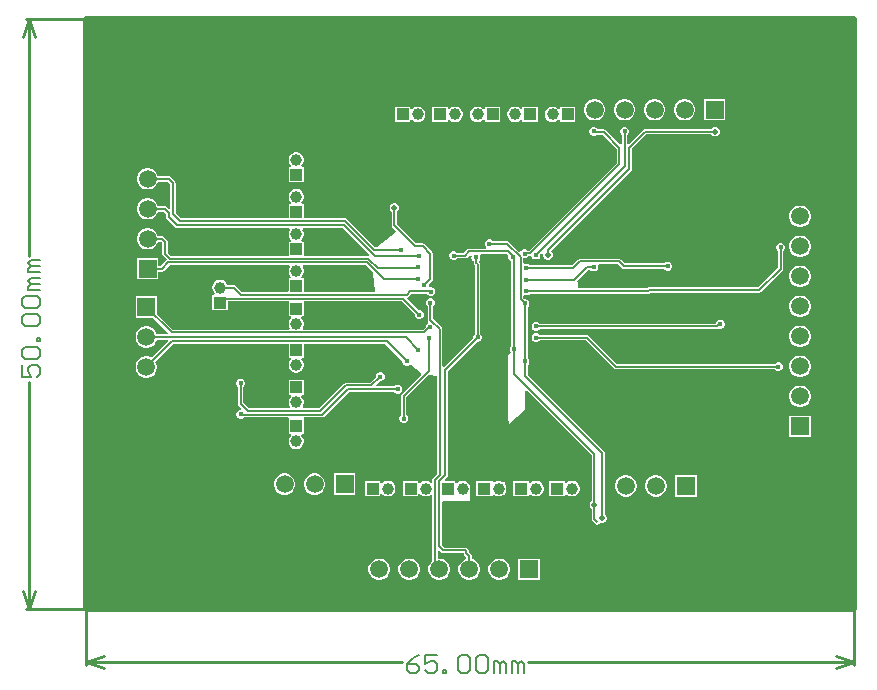
<source format=gbl>
G04*
G04 #@! TF.GenerationSoftware,Altium Limited,Altium Designer,22.0.2 (36)*
G04*
G04 Layer_Physical_Order=4*
G04 Layer_Color=16711680*
%FSLAX24Y24*%
%MOIN*%
G70*
G04*
G04 #@! TF.SameCoordinates,CD407462-B920-417C-8B87-A3646CBED1B3*
G04*
G04*
G04 #@! TF.FilePolarity,Positive*
G04*
G01*
G75*
%ADD11C,0.0100*%
%ADD14C,0.0197*%
%ADD15C,0.0098*%
%ADD16C,0.0060*%
%ADD19C,0.0591*%
%ADD29R,0.0394X0.0394*%
%ADD30C,0.0394*%
%ADD31R,0.0591X0.0591*%
%ADD32R,0.0591X0.0591*%
%ADD33R,0.0394X0.0394*%
%ADD34C,0.2756*%
%ADD35C,0.0177*%
%ADD36C,0.0197*%
G36*
X25591Y0D02*
X0D01*
Y19685D01*
X25591D01*
Y0D01*
D02*
G37*
%LPC*%
G36*
X12334Y16757D02*
X12266D01*
X12201Y16739D01*
X12142Y16706D01*
X12107Y16670D01*
X12057Y16688D01*
Y16757D01*
X11543D01*
Y16243D01*
X12057D01*
Y16312D01*
X12107Y16330D01*
X12142Y16294D01*
X12201Y16261D01*
X12266Y16243D01*
X12334D01*
X12399Y16261D01*
X12458Y16294D01*
X12506Y16342D01*
X12539Y16401D01*
X12557Y16466D01*
Y16534D01*
X12539Y16599D01*
X12506Y16658D01*
X12458Y16706D01*
X12399Y16739D01*
X12334Y16757D01*
D02*
G37*
G36*
X11084D02*
X11016D01*
X10951Y16739D01*
X10892Y16706D01*
X10857Y16670D01*
X10807Y16688D01*
Y16757D01*
X10293D01*
Y16243D01*
X10807D01*
Y16312D01*
X10857Y16330D01*
X10892Y16294D01*
X10951Y16261D01*
X11016Y16243D01*
X11084D01*
X11149Y16261D01*
X11208Y16294D01*
X11256Y16342D01*
X11289Y16401D01*
X11307Y16466D01*
Y16534D01*
X11289Y16599D01*
X11256Y16658D01*
X11208Y16706D01*
X11149Y16739D01*
X11084Y16757D01*
D02*
G37*
G36*
X16307D02*
X15793D01*
Y16688D01*
X15743Y16670D01*
X15708Y16706D01*
X15649Y16739D01*
X15584Y16757D01*
X15516D01*
X15451Y16739D01*
X15392Y16706D01*
X15344Y16658D01*
X15311Y16599D01*
X15293Y16534D01*
Y16466D01*
X15311Y16401D01*
X15344Y16342D01*
X15392Y16294D01*
X15451Y16261D01*
X15516Y16243D01*
X15584D01*
X15649Y16261D01*
X15708Y16294D01*
X15743Y16330D01*
X15793Y16312D01*
Y16243D01*
X16307D01*
Y16757D01*
D02*
G37*
G36*
X15057D02*
X14543D01*
Y16688D01*
X14493Y16670D01*
X14458Y16706D01*
X14399Y16739D01*
X14334Y16757D01*
X14266D01*
X14201Y16739D01*
X14142Y16706D01*
X14094Y16658D01*
X14061Y16599D01*
X14043Y16534D01*
Y16466D01*
X14061Y16401D01*
X14094Y16342D01*
X14142Y16294D01*
X14201Y16261D01*
X14266Y16243D01*
X14334D01*
X14399Y16261D01*
X14458Y16294D01*
X14493Y16330D01*
X14543Y16312D01*
Y16243D01*
X15057D01*
Y16757D01*
D02*
G37*
G36*
X13807D02*
X13293D01*
Y16688D01*
X13243Y16670D01*
X13208Y16706D01*
X13149Y16739D01*
X13084Y16757D01*
X13016D01*
X12951Y16739D01*
X12892Y16706D01*
X12844Y16658D01*
X12811Y16599D01*
X12793Y16534D01*
Y16466D01*
X12811Y16401D01*
X12844Y16342D01*
X12892Y16294D01*
X12951Y16261D01*
X13016Y16243D01*
X13084D01*
X13149Y16261D01*
X13208Y16294D01*
X13243Y16330D01*
X13293Y16312D01*
Y16243D01*
X13807D01*
Y16757D01*
D02*
G37*
G36*
X21305Y17005D02*
X20595D01*
Y16295D01*
X21305D01*
Y17005D01*
D02*
G37*
G36*
X19997D02*
X19903D01*
X19813Y16981D01*
X19732Y16934D01*
X19666Y16868D01*
X19619Y16787D01*
X19595Y16697D01*
Y16603D01*
X19619Y16513D01*
X19666Y16432D01*
X19732Y16366D01*
X19813Y16319D01*
X19903Y16295D01*
X19997D01*
X20087Y16319D01*
X20168Y16366D01*
X20234Y16432D01*
X20281Y16513D01*
X20305Y16603D01*
Y16697D01*
X20281Y16787D01*
X20234Y16868D01*
X20168Y16934D01*
X20087Y16981D01*
X19997Y17005D01*
D02*
G37*
G36*
X18997D02*
X18903D01*
X18813Y16981D01*
X18732Y16934D01*
X18666Y16868D01*
X18619Y16787D01*
X18595Y16697D01*
Y16603D01*
X18619Y16513D01*
X18666Y16432D01*
X18732Y16366D01*
X18813Y16319D01*
X18903Y16295D01*
X18997D01*
X19087Y16319D01*
X19168Y16366D01*
X19234Y16432D01*
X19281Y16513D01*
X19305Y16603D01*
Y16697D01*
X19281Y16787D01*
X19234Y16868D01*
X19168Y16934D01*
X19087Y16981D01*
X18997Y17005D01*
D02*
G37*
G36*
X17997D02*
X17903D01*
X17813Y16981D01*
X17732Y16934D01*
X17666Y16868D01*
X17619Y16787D01*
X17595Y16697D01*
Y16603D01*
X17619Y16513D01*
X17666Y16432D01*
X17732Y16366D01*
X17813Y16319D01*
X17903Y16295D01*
X17997D01*
X18087Y16319D01*
X18168Y16366D01*
X18234Y16432D01*
X18281Y16513D01*
X18305Y16603D01*
Y16697D01*
X18281Y16787D01*
X18234Y16868D01*
X18168Y16934D01*
X18087Y16981D01*
X17997Y17005D01*
D02*
G37*
G36*
X16997D02*
X16903D01*
X16813Y16981D01*
X16732Y16934D01*
X16666Y16868D01*
X16619Y16787D01*
X16595Y16697D01*
Y16603D01*
X16619Y16513D01*
X16666Y16432D01*
X16732Y16366D01*
X16813Y16319D01*
X16903Y16295D01*
X16997D01*
X17087Y16319D01*
X17168Y16366D01*
X17234Y16432D01*
X17281Y16513D01*
X17305Y16603D01*
Y16697D01*
X17281Y16787D01*
X17234Y16868D01*
X17168Y16934D01*
X17087Y16981D01*
X16997Y17005D01*
D02*
G37*
G36*
X20996Y16084D02*
X20933D01*
X20875Y16059D01*
X20832Y16017D01*
X18642D01*
X18607Y16010D01*
X18577Y15990D01*
X18091Y15504D01*
X18045Y15523D01*
Y15817D01*
X18079Y15851D01*
X18101Y15905D01*
Y15965D01*
X18079Y16019D01*
X18037Y16061D01*
X17982Y16084D01*
X17923D01*
X17869Y16061D01*
X17827Y16019D01*
X17804Y15965D01*
Y15905D01*
X17827Y15851D01*
X17861Y15817D01*
Y15509D01*
X17811Y15488D01*
X17329Y15970D01*
X17300Y15990D01*
X17265Y15996D01*
X17065D01*
X17055Y16019D01*
X17013Y16061D01*
X16959Y16084D01*
X16900D01*
X16845Y16061D01*
X16803Y16019D01*
X16781Y15965D01*
Y15905D01*
X16803Y15851D01*
X16845Y15809D01*
X16900Y15786D01*
X16959D01*
X17013Y15809D01*
X17017Y15813D01*
X17227D01*
X17684Y15356D01*
Y14881D01*
X14762Y11959D01*
X14731D01*
X14706Y11985D01*
X14651Y12007D01*
X14592D01*
X14538Y11985D01*
X14496Y11943D01*
X14493Y11936D01*
X14434Y11924D01*
X14108Y12250D01*
X14078Y12270D01*
X14043Y12277D01*
X13563D01*
X13529Y12311D01*
X13474Y12334D01*
X13415D01*
X13361Y12311D01*
X13319Y12269D01*
X13296Y12215D01*
Y12155D01*
X13319Y12101D01*
X13348Y12072D01*
X13330Y12022D01*
X12766D01*
X12731Y12015D01*
X12701Y11995D01*
X12589Y11883D01*
X12382D01*
X12348Y11917D01*
X12293Y11940D01*
X12234D01*
X12180Y11917D01*
X12138Y11875D01*
X12115Y11821D01*
Y11762D01*
X12138Y11707D01*
X12180Y11665D01*
X12234Y11643D01*
X12293D01*
X12348Y11665D01*
X12382Y11700D01*
X12627D01*
X12662Y11707D01*
X12692Y11726D01*
X12788Y11822D01*
X12826Y11818D01*
X12854Y11771D01*
X12849Y11758D01*
Y11699D01*
X12871Y11644D01*
X12913Y11603D01*
X12918Y11601D01*
Y11550D01*
X12925Y11515D01*
X12945Y11485D01*
X12959Y11470D01*
Y9193D01*
X12925Y9159D01*
X12903Y9104D01*
Y9056D01*
X11933Y8087D01*
X11883Y8107D01*
Y9331D01*
X11876Y9366D01*
X11856Y9396D01*
X11568Y9684D01*
Y10098D01*
X11602Y10132D01*
X11625Y10187D01*
Y10246D01*
X11602Y10301D01*
X11561Y10343D01*
X11506Y10365D01*
X11447D01*
X11392Y10343D01*
X11350Y10301D01*
X11328Y10246D01*
Y10187D01*
X11350Y10132D01*
X11385Y10098D01*
Y9646D01*
X11392Y9611D01*
X11409Y9585D01*
X11411Y9578D01*
X11396Y9526D01*
X11389Y9523D01*
X11347Y9481D01*
X11324Y9426D01*
Y9407D01*
X11240Y9323D01*
X7238D01*
X7220Y9373D01*
X7247Y9421D01*
X7265Y9486D01*
Y9553D01*
X7247Y9619D01*
X7213Y9677D01*
X7178Y9713D01*
X7195Y9763D01*
X7265D01*
Y10263D01*
X10533D01*
X10954Y9842D01*
Y9793D01*
X10976Y9739D01*
X11018Y9697D01*
X11073Y9674D01*
X11132D01*
X11187Y9697D01*
X11228Y9739D01*
X11251Y9793D01*
Y9852D01*
X11228Y9907D01*
X11187Y9949D01*
X11132Y9971D01*
X11084D01*
X10702Y10353D01*
X10719Y10407D01*
X10725Y10408D01*
X10754Y10428D01*
X10845Y10518D01*
X11365D01*
X11370Y10506D01*
X11412Y10465D01*
X11467Y10442D01*
X11526D01*
X11580Y10465D01*
X11622Y10506D01*
X11645Y10561D01*
Y10620D01*
X11622Y10675D01*
X11580Y10717D01*
X11526Y10739D01*
X11471D01*
X11455Y10752D01*
X11430Y10778D01*
Y10819D01*
X11541Y10930D01*
X11561Y10960D01*
X11568Y10995D01*
Y11850D01*
X11561Y11886D01*
X11541Y11915D01*
X11285Y12171D01*
X11256Y12191D01*
X11220Y12198D01*
X11003D01*
X10367Y12833D01*
Y13254D01*
X10410Y13296D01*
X10434Y13354D01*
Y13417D01*
X10410Y13476D01*
X10365Y13520D01*
X10307Y13544D01*
X10244D01*
X10186Y13520D01*
X10141Y13476D01*
X10117Y13417D01*
Y13354D01*
X10141Y13296D01*
X10184Y13254D01*
Y12795D01*
X10191Y12760D01*
X10211Y12730D01*
X10328Y12613D01*
X10325Y12563D01*
X9709Y12073D01*
X9632D01*
X8685Y13020D01*
X8655Y13039D01*
X8620Y13046D01*
X7265D01*
Y13517D01*
X7195D01*
X7178Y13567D01*
X7213Y13602D01*
X7247Y13661D01*
X7265Y13726D01*
Y13794D01*
X7247Y13859D01*
X7213Y13918D01*
X7166Y13965D01*
X7107Y13999D01*
X7042Y14017D01*
X6974D01*
X6909Y13999D01*
X6850Y13965D01*
X6802Y13918D01*
X6769Y13859D01*
X6751Y13794D01*
Y13726D01*
X6769Y13661D01*
X6802Y13602D01*
X6838Y13567D01*
X6820Y13517D01*
X6751D01*
Y13046D01*
X3166D01*
X2985Y13227D01*
Y14213D01*
X2978Y14248D01*
X2959Y14277D01*
X2821Y14415D01*
X2791Y14435D01*
X2756Y14442D01*
X2393D01*
X2381Y14487D01*
X2334Y14568D01*
X2268Y14634D01*
X2187Y14681D01*
X2097Y14705D01*
X2003D01*
X1913Y14681D01*
X1832Y14634D01*
X1766Y14568D01*
X1719Y14487D01*
X1695Y14397D01*
Y14303D01*
X1719Y14213D01*
X1766Y14132D01*
X1832Y14066D01*
X1913Y14019D01*
X2003Y13995D01*
X2097D01*
X2187Y14019D01*
X2268Y14066D01*
X2334Y14132D01*
X2381Y14213D01*
X2393Y14258D01*
X2718D01*
X2802Y14175D01*
Y13377D01*
X2756Y13358D01*
X2699Y13415D01*
X2669Y13435D01*
X2634Y13442D01*
X2393D01*
X2381Y13487D01*
X2334Y13568D01*
X2268Y13634D01*
X2187Y13681D01*
X2097Y13705D01*
X2003D01*
X1913Y13681D01*
X1832Y13634D01*
X1766Y13568D01*
X1719Y13487D01*
X1695Y13397D01*
Y13303D01*
X1719Y13213D01*
X1766Y13132D01*
X1832Y13066D01*
X1913Y13019D01*
X2003Y12995D01*
X2097D01*
X2187Y13019D01*
X2268Y13066D01*
X2334Y13132D01*
X2381Y13213D01*
X2393Y13258D01*
X2596D01*
X2664Y13190D01*
Y13071D01*
X2671Y13036D01*
X2691Y13006D01*
X2967Y12730D01*
X2996Y12710D01*
X3031Y12704D01*
X6783D01*
X6792Y12683D01*
X6800Y12654D01*
X6769Y12599D01*
X6751Y12534D01*
Y12466D01*
X6769Y12401D01*
X6802Y12342D01*
X6838Y12307D01*
X6820Y12257D01*
X6751D01*
Y11785D01*
X2833D01*
X2730Y11888D01*
Y12244D01*
X2723Y12279D01*
X2703Y12309D01*
X2590Y12422D01*
X2560Y12442D01*
X2525Y12449D01*
X2442D01*
X2407Y12442D01*
X2382Y12484D01*
X2381Y12487D01*
X2334Y12568D01*
X2268Y12634D01*
X2187Y12681D01*
X2097Y12705D01*
X2003D01*
X1913Y12681D01*
X1832Y12634D01*
X1766Y12568D01*
X1719Y12487D01*
X1695Y12397D01*
Y12303D01*
X1719Y12213D01*
X1766Y12132D01*
X1832Y12066D01*
X1913Y12019D01*
X2003Y11995D01*
X2097D01*
X2187Y12019D01*
X2268Y12066D01*
X2334Y12132D01*
X2381Y12213D01*
X2393Y12258D01*
X2435D01*
X2470Y12265D01*
X2470Y12265D01*
X2487D01*
X2546Y12206D01*
Y11850D01*
X2553Y11815D01*
X2573Y11786D01*
X2687Y11672D01*
X2683Y11631D01*
X2493Y11442D01*
X2405D01*
Y11705D01*
X1695D01*
Y10995D01*
X2405D01*
Y11258D01*
X2531D01*
X2566Y11265D01*
X2596Y11285D01*
X2785Y11475D01*
X6775D01*
X6795Y11425D01*
X6769Y11379D01*
X6751Y11313D01*
Y11246D01*
X6769Y11180D01*
X6802Y11122D01*
X6838Y11086D01*
X6820Y11036D01*
X6751D01*
Y10634D01*
X6736Y10586D01*
X5194D01*
X4986Y10793D01*
X4956Y10813D01*
X4921Y10820D01*
X4710D01*
X4708Y10827D01*
X4674Y10886D01*
X4626Y10934D01*
X4568Y10968D01*
X4502Y10985D01*
X4435D01*
X4369Y10968D01*
X4311Y10934D01*
X4263Y10886D01*
X4229Y10827D01*
X4212Y10762D01*
Y10695D01*
X4229Y10629D01*
X4263Y10571D01*
X4298Y10535D01*
X4281Y10485D01*
X4212D01*
Y9972D01*
X4725D01*
Y10263D01*
X6751D01*
Y9763D01*
X6820D01*
X6838Y9713D01*
X6802Y9677D01*
X6769Y9619D01*
X6751Y9553D01*
Y9486D01*
X6769Y9421D01*
X6796Y9373D01*
X6778Y9323D01*
X2894D01*
X2363Y9853D01*
Y10434D01*
X1653D01*
Y9723D01*
X2233D01*
X2740Y9217D01*
X2721Y9171D01*
X2351D01*
X2339Y9216D01*
X2292Y9297D01*
X2226Y9363D01*
X2145Y9410D01*
X2055Y9434D01*
X1961D01*
X1871Y9410D01*
X1790Y9363D01*
X1724Y9297D01*
X1677Y9216D01*
X1653Y9126D01*
Y9032D01*
X1677Y8942D01*
X1724Y8861D01*
X1790Y8794D01*
X1871Y8748D01*
X1961Y8723D01*
X2055D01*
X2145Y8748D01*
X2226Y8794D01*
X2292Y8861D01*
X2339Y8942D01*
X2351Y8987D01*
X2721D01*
X2740Y8941D01*
X2186Y8386D01*
X2145Y8410D01*
X2055Y8434D01*
X1961D01*
X1871Y8410D01*
X1790Y8363D01*
X1724Y8297D01*
X1677Y8216D01*
X1653Y8126D01*
Y8032D01*
X1677Y7942D01*
X1724Y7861D01*
X1790Y7794D01*
X1871Y7748D01*
X1961Y7723D01*
X2055D01*
X2145Y7748D01*
X2226Y7794D01*
X2292Y7861D01*
X2339Y7942D01*
X2363Y8032D01*
Y8126D01*
X2339Y8216D01*
X2315Y8257D01*
X2904Y8845D01*
X6751D01*
Y8393D01*
X6820D01*
X6838Y8343D01*
X6802Y8308D01*
X6769Y8249D01*
X6751Y8184D01*
Y8116D01*
X6769Y8051D01*
X6802Y7992D01*
X6850Y7944D01*
X6909Y7911D01*
X6974Y7893D01*
X7042D01*
X7107Y7911D01*
X7166Y7944D01*
X7213Y7992D01*
X7247Y8051D01*
X7265Y8116D01*
Y8184D01*
X7247Y8249D01*
X7213Y8308D01*
X7178Y8343D01*
X7195Y8393D01*
X7265D01*
Y8845D01*
X9982D01*
X10540Y8287D01*
Y8238D01*
X10563Y8184D01*
X10605Y8142D01*
X10659Y8119D01*
X10719D01*
X10773Y8142D01*
X10815Y8184D01*
X11158Y7875D01*
X11165Y7811D01*
X10526Y7171D01*
X10506Y7141D01*
X10499Y7106D01*
Y6477D01*
X10465Y6442D01*
X10442Y6388D01*
Y6329D01*
X10465Y6274D01*
X10506Y6232D01*
X10561Y6210D01*
X10620D01*
X10675Y6232D01*
X10717Y6274D01*
X10739Y6329D01*
Y6388D01*
X10717Y6442D01*
X10682Y6477D01*
Y7068D01*
X11434Y7820D01*
X11700Y7783D01*
Y4500D01*
X11569Y4370D01*
X11549Y4340D01*
X11542Y4305D01*
Y4238D01*
X11492Y4218D01*
X11477Y4233D01*
X11418Y4267D01*
X11353Y4284D01*
X11285D01*
X11220Y4267D01*
X11161Y4233D01*
X11126Y4198D01*
X11076Y4215D01*
Y4284D01*
X10562D01*
Y3771D01*
X11076D01*
Y3840D01*
X11126Y3857D01*
X11161Y3822D01*
X11220Y3788D01*
X11285Y3771D01*
X11353D01*
X11418Y3788D01*
X11477Y3822D01*
X11490Y3836D01*
X11540Y3814D01*
X11534Y3629D01*
X11542Y3629D01*
Y1620D01*
X11544Y1613D01*
X11487Y1557D01*
X11441Y1476D01*
X11416Y1385D01*
Y1292D01*
X11441Y1201D01*
X11487Y1120D01*
X11554Y1054D01*
X11635Y1008D01*
X11725Y983D01*
X11818D01*
X11909Y1008D01*
X11990Y1054D01*
X12056Y1120D01*
X12103Y1201D01*
X12127Y1292D01*
Y1385D01*
X12103Y1476D01*
X12056Y1557D01*
X11990Y1623D01*
X11909Y1670D01*
X11818Y1694D01*
X11726D01*
Y1938D01*
X11772Y1957D01*
X11825Y1904D01*
X11855Y1884D01*
X11890Y1877D01*
X12587D01*
X12592Y1851D01*
X12612Y1821D01*
X12680Y1753D01*
Y1682D01*
X12635Y1670D01*
X12554Y1623D01*
X12487Y1557D01*
X12441Y1476D01*
X12416Y1385D01*
Y1292D01*
X12441Y1201D01*
X12487Y1120D01*
X12554Y1054D01*
X12635Y1008D01*
X12725Y983D01*
X12818D01*
X12909Y1008D01*
X12990Y1054D01*
X13056Y1120D01*
X13103Y1201D01*
X13127Y1292D01*
Y1385D01*
X13103Y1476D01*
X13056Y1557D01*
X12990Y1623D01*
X12909Y1670D01*
X12863Y1682D01*
Y1791D01*
X12856Y1826D01*
X12837Y1856D01*
X12769Y1924D01*
Y1933D01*
X12762Y1968D01*
X12742Y1998D01*
X12707Y2033D01*
X12677Y2053D01*
X12642Y2060D01*
X11928D01*
X11855Y2133D01*
Y3591D01*
X11890Y3627D01*
X12815Y3620D01*
Y4134D01*
X12786Y4133D01*
X12756Y4185D01*
X12708Y4233D01*
X12649Y4267D01*
X12584Y4284D01*
X12516D01*
X12451Y4267D01*
X12392Y4233D01*
X12357Y4198D01*
X12307Y4215D01*
Y4284D01*
X11981D01*
X11962Y4331D01*
X12033Y4402D01*
X12053Y4432D01*
X12060Y4467D01*
Y7954D01*
X13032Y8926D01*
X13081D01*
X13135Y8949D01*
X13177Y8991D01*
X13200Y9045D01*
Y9104D01*
X13177Y9159D01*
X13143Y9193D01*
Y11508D01*
X13136Y11543D01*
X13116Y11573D01*
X13101Y11588D01*
Y11622D01*
X13123Y11644D01*
X13146Y11699D01*
Y11758D01*
X13133Y11788D01*
X13163Y11838D01*
X14036D01*
X14075Y11799D01*
X14070Y11787D01*
Y11728D01*
X14092Y11673D01*
X14134Y11632D01*
X14180Y11613D01*
Y8790D01*
X14146Y8756D01*
X14123Y8702D01*
Y8642D01*
X14146Y8588D01*
X14167Y8567D01*
X14055Y8456D01*
X14074Y6467D01*
X14075Y6417D01*
X14080Y6418D01*
X14114Y6181D01*
X14626Y6634D01*
Y7305D01*
X14672Y7324D01*
X16857Y5139D01*
Y3617D01*
X16815Y3574D01*
X16790Y3516D01*
Y3453D01*
X16815Y3395D01*
X16857Y3352D01*
Y3012D01*
X16864Y2977D01*
X16884Y2947D01*
X16982Y2849D01*
X17012Y2829D01*
X17047Y2822D01*
X17082Y2829D01*
X17112Y2849D01*
X17132Y2878D01*
X17145Y2885D01*
X17173Y2873D01*
X17236D01*
X17294Y2897D01*
X17339Y2942D01*
X17363Y3000D01*
Y3063D01*
X17339Y3121D01*
X17296Y3164D01*
Y5197D01*
X17290Y5232D01*
X17270Y5262D01*
X14718Y7814D01*
Y8149D01*
X14752Y8184D01*
X14775Y8238D01*
Y8297D01*
X14752Y8352D01*
X14718Y8386D01*
Y10078D01*
X14752Y10113D01*
X14775Y10167D01*
Y10226D01*
X14752Y10281D01*
X14710Y10323D01*
X14656Y10345D01*
X14607D01*
X14580Y10373D01*
Y10431D01*
X14630Y10465D01*
X14637Y10462D01*
X14696D01*
X14751Y10484D01*
X14785Y10518D01*
X18740D01*
X18775Y10525D01*
X18805Y10545D01*
X18818Y10558D01*
X22441D01*
X22476Y10565D01*
X22506Y10585D01*
X23214Y11293D01*
X23234Y11323D01*
X23241Y11358D01*
Y11949D01*
X23276Y11983D01*
X23298Y12037D01*
Y12096D01*
X23276Y12151D01*
X23234Y12193D01*
X23179Y12216D01*
X23120D01*
X23065Y12193D01*
X23024Y12151D01*
X23001Y12096D01*
Y12037D01*
X23024Y11983D01*
X23058Y11949D01*
Y11396D01*
X22403Y10741D01*
X18780D01*
X18744Y10734D01*
X18715Y10714D01*
X18702Y10702D01*
X16398D01*
Y10890D01*
X16380Y10933D01*
X16369Y10944D01*
X16751Y11326D01*
X16811D01*
X16845Y11291D01*
X16900Y11269D01*
X16959D01*
X17013Y11291D01*
X17055Y11333D01*
X17078Y11388D01*
Y11447D01*
X17075Y11454D01*
X17108Y11504D01*
X17730D01*
X17862Y11372D01*
X17892Y11352D01*
X17927Y11345D01*
X19271D01*
X19306Y11311D01*
X19360Y11288D01*
X19419D01*
X19474Y11311D01*
X19516Y11353D01*
X19538Y11407D01*
Y11467D01*
X19516Y11521D01*
X19474Y11563D01*
X19419Y11586D01*
X19360D01*
X19306Y11563D01*
X19271Y11529D01*
X17965D01*
X17833Y11661D01*
X17803Y11681D01*
X17768Y11688D01*
X16458D01*
X16423Y11681D01*
X16393Y11661D01*
X16202Y11470D01*
X14785D01*
X14751Y11504D01*
X14696Y11527D01*
X14637D01*
X14630Y11524D01*
X14580Y11557D01*
Y11702D01*
X14592Y11710D01*
X14651D01*
X14706Y11733D01*
X14748Y11774D01*
X14748Y11776D01*
X14800D01*
X14804Y11776D01*
X14838Y11780D01*
X14867Y11744D01*
X14874Y11727D01*
X14916Y11685D01*
X14970Y11662D01*
X15030D01*
X15084Y11685D01*
X15126Y11727D01*
X15149Y11781D01*
Y11830D01*
X15195Y11876D01*
X15238Y11848D01*
X15235Y11843D01*
Y11780D01*
X15259Y11721D01*
X15304Y11677D01*
X15362Y11653D01*
X15425D01*
X15483Y11677D01*
X15528Y11721D01*
X15552Y11780D01*
Y11843D01*
X15528Y11901D01*
X15492Y11937D01*
X18165Y14610D01*
X18185Y14640D01*
X18192Y14675D01*
Y15346D01*
X18680Y15833D01*
X20832D01*
X20875Y15791D01*
X20933Y15767D01*
X20996D01*
X21054Y15791D01*
X21099Y15835D01*
X21123Y15894D01*
Y15957D01*
X21099Y16015D01*
X21054Y16059D01*
X20996Y16084D01*
D02*
G37*
G36*
X7042Y15245D02*
X6974D01*
X6909Y15228D01*
X6850Y15194D01*
X6802Y15146D01*
X6769Y15087D01*
X6751Y15022D01*
Y14954D01*
X6769Y14889D01*
X6802Y14830D01*
X6838Y14795D01*
X6820Y14745D01*
X6751D01*
Y14231D01*
X7265D01*
Y14745D01*
X7195D01*
X7178Y14795D01*
X7213Y14830D01*
X7247Y14889D01*
X7265Y14954D01*
Y15022D01*
X7247Y15087D01*
X7213Y15146D01*
X7166Y15194D01*
X7107Y15228D01*
X7042Y15245D01*
D02*
G37*
G36*
X23847Y13455D02*
X23753D01*
X23663Y13431D01*
X23582Y13384D01*
X23516Y13318D01*
X23469Y13237D01*
X23445Y13147D01*
Y13053D01*
X23469Y12963D01*
X23516Y12882D01*
X23582Y12816D01*
X23663Y12769D01*
X23753Y12745D01*
X23847D01*
X23937Y12769D01*
X24018Y12816D01*
X24084Y12882D01*
X24131Y12963D01*
X24155Y13053D01*
Y13147D01*
X24131Y13237D01*
X24084Y13318D01*
X24018Y13384D01*
X23937Y13431D01*
X23847Y13455D01*
D02*
G37*
G36*
Y12455D02*
X23753D01*
X23663Y12431D01*
X23582Y12384D01*
X23516Y12318D01*
X23469Y12237D01*
X23445Y12147D01*
Y12053D01*
X23469Y11963D01*
X23516Y11882D01*
X23582Y11816D01*
X23663Y11769D01*
X23753Y11745D01*
X23847D01*
X23937Y11769D01*
X24018Y11816D01*
X24084Y11882D01*
X24131Y11963D01*
X24155Y12053D01*
Y12147D01*
X24131Y12237D01*
X24084Y12318D01*
X24018Y12384D01*
X23937Y12431D01*
X23847Y12455D01*
D02*
G37*
G36*
Y11455D02*
X23753D01*
X23663Y11431D01*
X23582Y11384D01*
X23516Y11318D01*
X23469Y11237D01*
X23445Y11147D01*
Y11053D01*
X23469Y10963D01*
X23516Y10882D01*
X23582Y10816D01*
X23663Y10769D01*
X23753Y10745D01*
X23847D01*
X23937Y10769D01*
X24018Y10816D01*
X24084Y10882D01*
X24131Y10963D01*
X24155Y11053D01*
Y11147D01*
X24131Y11237D01*
X24084Y11318D01*
X24018Y11384D01*
X23937Y11431D01*
X23847Y11455D01*
D02*
G37*
G36*
Y10455D02*
X23753D01*
X23663Y10431D01*
X23582Y10384D01*
X23516Y10318D01*
X23469Y10237D01*
X23445Y10147D01*
Y10053D01*
X23469Y9963D01*
X23516Y9882D01*
X23582Y9816D01*
X23663Y9769D01*
X23753Y9745D01*
X23847D01*
X23937Y9769D01*
X24018Y9816D01*
X24084Y9882D01*
X24131Y9963D01*
X24155Y10053D01*
Y10147D01*
X24131Y10237D01*
X24084Y10318D01*
X24018Y10384D01*
X23937Y10431D01*
X23847Y10455D01*
D02*
G37*
G36*
X21171Y9656D02*
X21112D01*
X21058Y9634D01*
X21016Y9592D01*
X20993Y9537D01*
Y9521D01*
X15118D01*
X15084Y9555D01*
X15030Y9578D01*
X14970D01*
X14916Y9555D01*
X14874Y9513D01*
X14851Y9459D01*
Y9400D01*
X14874Y9345D01*
X14916Y9303D01*
X14970Y9281D01*
X15030D01*
X15084Y9303D01*
X15118Y9337D01*
X21048D01*
X21083Y9344D01*
X21108Y9361D01*
X21112Y9359D01*
X21171D01*
X21226Y9382D01*
X21268Y9424D01*
X21290Y9478D01*
Y9537D01*
X21268Y9592D01*
X21226Y9634D01*
X21171Y9656D01*
D02*
G37*
G36*
X23847Y9455D02*
X23753D01*
X23663Y9431D01*
X23582Y9384D01*
X23516Y9318D01*
X23469Y9237D01*
X23445Y9147D01*
Y9053D01*
X23469Y8963D01*
X23516Y8882D01*
X23582Y8816D01*
X23663Y8769D01*
X23753Y8745D01*
X23847D01*
X23937Y8769D01*
X24018Y8816D01*
X24084Y8882D01*
X24131Y8963D01*
X24155Y9053D01*
Y9147D01*
X24131Y9237D01*
X24084Y9318D01*
X24018Y9384D01*
X23937Y9431D01*
X23847Y9455D01*
D02*
G37*
G36*
X15030Y9204D02*
X14970D01*
X14916Y9181D01*
X14874Y9139D01*
X14851Y9085D01*
Y9026D01*
X14874Y8971D01*
X14916Y8929D01*
X14970Y8907D01*
X15030D01*
X15084Y8929D01*
X15118Y8963D01*
X16675D01*
X17612Y8026D01*
X17642Y8006D01*
X17677Y7999D01*
X22952D01*
X22987Y7965D01*
X23041Y7942D01*
X23100D01*
X23155Y7965D01*
X23197Y8006D01*
X23219Y8061D01*
Y8120D01*
X23197Y8175D01*
X23155Y8217D01*
X23100Y8239D01*
X23041D01*
X22987Y8217D01*
X22952Y8182D01*
X17715D01*
X16777Y9120D01*
X16748Y9140D01*
X16713Y9147D01*
X15118D01*
X15084Y9181D01*
X15030Y9204D01*
D02*
G37*
G36*
X23847Y8455D02*
X23753D01*
X23663Y8431D01*
X23582Y8384D01*
X23516Y8318D01*
X23469Y8237D01*
X23445Y8147D01*
Y8053D01*
X23469Y7963D01*
X23516Y7882D01*
X23582Y7816D01*
X23663Y7769D01*
X23753Y7745D01*
X23847D01*
X23937Y7769D01*
X24018Y7816D01*
X24084Y7882D01*
X24131Y7963D01*
X24155Y8053D01*
Y8147D01*
X24131Y8237D01*
X24084Y8318D01*
X24018Y8384D01*
X23937Y8431D01*
X23847Y8455D01*
D02*
G37*
G36*
Y7455D02*
X23753D01*
X23663Y7431D01*
X23582Y7384D01*
X23516Y7318D01*
X23469Y7237D01*
X23445Y7147D01*
Y7053D01*
X23469Y6963D01*
X23516Y6882D01*
X23582Y6816D01*
X23663Y6769D01*
X23753Y6745D01*
X23847D01*
X23937Y6769D01*
X24018Y6816D01*
X24084Y6882D01*
X24131Y6963D01*
X24155Y7053D01*
Y7147D01*
X24131Y7237D01*
X24084Y7318D01*
X24018Y7384D01*
X23937Y7431D01*
X23847Y7455D01*
D02*
G37*
G36*
X9833Y7904D02*
X9774D01*
X9719Y7882D01*
X9677Y7840D01*
X9655Y7785D01*
Y7737D01*
X9472Y7554D01*
X8652D01*
X8617Y7547D01*
X8587Y7527D01*
X7765Y6705D01*
X7241D01*
X7221Y6755D01*
X7247Y6801D01*
X7265Y6866D01*
Y6934D01*
X7247Y6999D01*
X7213Y7058D01*
X7178Y7093D01*
X7195Y7143D01*
X7265D01*
Y7657D01*
X6751D01*
Y7143D01*
X6820D01*
X6838Y7093D01*
X6802Y7058D01*
X6769Y6999D01*
X6751Y6934D01*
Y6866D01*
X6769Y6801D01*
X6795Y6755D01*
X6775Y6705D01*
X5433D01*
X5249Y6888D01*
Y7421D01*
X5283Y7455D01*
X5306Y7510D01*
Y7569D01*
X5283Y7624D01*
X5242Y7665D01*
X5187Y7688D01*
X5128D01*
X5073Y7665D01*
X5032Y7624D01*
X5009Y7569D01*
Y7510D01*
X5032Y7455D01*
X5066Y7421D01*
Y6850D01*
X5073Y6815D01*
X5093Y6786D01*
X5183Y6695D01*
X5163Y6645D01*
X5128D01*
X5073Y6622D01*
X5032Y6580D01*
X5009Y6526D01*
Y6467D01*
X5032Y6412D01*
X5073Y6370D01*
X5128Y6347D01*
X5187D01*
X5242Y6370D01*
X5273Y6401D01*
X6738D01*
X6751Y6357D01*
X6751Y6351D01*
Y5843D01*
X6820D01*
X6838Y5793D01*
X6802Y5758D01*
X6769Y5699D01*
X6751Y5634D01*
Y5566D01*
X6769Y5501D01*
X6802Y5442D01*
X6850Y5394D01*
X6909Y5361D01*
X6974Y5343D01*
X7042D01*
X7107Y5361D01*
X7166Y5394D01*
X7213Y5442D01*
X7247Y5501D01*
X7265Y5566D01*
Y5634D01*
X7247Y5699D01*
X7213Y5758D01*
X7178Y5793D01*
X7195Y5843D01*
X7265D01*
Y6351D01*
X7265Y6357D01*
X7278Y6401D01*
X7871D01*
X7906Y6408D01*
X7936Y6428D01*
X8758Y7251D01*
X10275D01*
X10310Y7217D01*
X10364Y7194D01*
X10423D01*
X10478Y7217D01*
X10520Y7258D01*
X10542Y7313D01*
Y7372D01*
X10520Y7427D01*
X10478Y7468D01*
X10423Y7491D01*
X10364D01*
X10310Y7468D01*
X10275Y7434D01*
X9677D01*
X9657Y7480D01*
X9784Y7607D01*
X9833D01*
X9887Y7630D01*
X9929Y7672D01*
X9952Y7726D01*
Y7785D01*
X9929Y7840D01*
X9887Y7882D01*
X9833Y7904D01*
D02*
G37*
G36*
X24155Y6455D02*
X23445D01*
Y5745D01*
X24155D01*
Y6455D01*
D02*
G37*
G36*
X13784Y4284D02*
X13716D01*
X13651Y4267D01*
X13639Y4260D01*
X13507Y4265D01*
Y4284D01*
X12993D01*
Y3771D01*
X13507D01*
Y3790D01*
X13639Y3795D01*
X13651Y3788D01*
X13716Y3771D01*
X13784D01*
X13849Y3788D01*
X13876Y3804D01*
X13963Y3807D01*
Y3883D01*
X13989Y3928D01*
X14007Y3994D01*
Y4061D01*
X13989Y4127D01*
X13963Y4172D01*
Y4248D01*
X13876Y4251D01*
X13849Y4267D01*
X13784Y4284D01*
D02*
G37*
G36*
X16234D02*
X16166D01*
X16101Y4267D01*
X16042Y4233D01*
X16007Y4198D01*
X15957Y4215D01*
Y4284D01*
X15443D01*
Y3771D01*
X15957D01*
Y3840D01*
X16007Y3857D01*
X16042Y3822D01*
X16101Y3788D01*
X16166Y3771D01*
X16234D01*
X16299Y3788D01*
X16358Y3822D01*
X16406Y3870D01*
X16439Y3928D01*
X16457Y3994D01*
Y4061D01*
X16439Y4127D01*
X16406Y4185D01*
X16358Y4233D01*
X16299Y4267D01*
X16234Y4284D01*
D02*
G37*
G36*
X15034D02*
X14966D01*
X14901Y4267D01*
X14842Y4233D01*
X14807Y4198D01*
X14757Y4215D01*
Y4284D01*
X14243D01*
Y3771D01*
X14757D01*
Y3840D01*
X14807Y3857D01*
X14842Y3822D01*
X14901Y3788D01*
X14966Y3771D01*
X15034D01*
X15099Y3788D01*
X15158Y3822D01*
X15206Y3870D01*
X15239Y3928D01*
X15257Y3994D01*
Y4061D01*
X15239Y4127D01*
X15206Y4185D01*
X15158Y4233D01*
X15099Y4267D01*
X15034Y4284D01*
D02*
G37*
G36*
X10093D02*
X10025D01*
X9960Y4267D01*
X9901Y4233D01*
X9866Y4198D01*
X9816Y4215D01*
Y4284D01*
X9302D01*
Y3771D01*
X9816D01*
Y3840D01*
X9866Y3857D01*
X9901Y3822D01*
X9960Y3788D01*
X10025Y3771D01*
X10093D01*
X10158Y3788D01*
X10217Y3822D01*
X10265Y3870D01*
X10298Y3928D01*
X10316Y3994D01*
Y4061D01*
X10298Y4127D01*
X10265Y4185D01*
X10217Y4233D01*
X10158Y4267D01*
X10093Y4284D01*
D02*
G37*
G36*
X8973Y4529D02*
X8263D01*
Y3818D01*
X8973D01*
Y4529D01*
D02*
G37*
G36*
X7665D02*
X7571D01*
X7481Y4504D01*
X7400Y4458D01*
X7334Y4391D01*
X7287Y4310D01*
X7263Y4220D01*
Y4126D01*
X7287Y4036D01*
X7334Y3955D01*
X7400Y3889D01*
X7481Y3842D01*
X7571Y3818D01*
X7665D01*
X7755Y3842D01*
X7836Y3889D01*
X7902Y3955D01*
X7949Y4036D01*
X7973Y4126D01*
Y4220D01*
X7949Y4310D01*
X7902Y4391D01*
X7836Y4458D01*
X7755Y4504D01*
X7665Y4529D01*
D02*
G37*
G36*
X6665D02*
X6571D01*
X6481Y4504D01*
X6400Y4458D01*
X6334Y4391D01*
X6287Y4310D01*
X6263Y4220D01*
Y4126D01*
X6287Y4036D01*
X6334Y3955D01*
X6400Y3889D01*
X6481Y3842D01*
X6571Y3818D01*
X6665D01*
X6755Y3842D01*
X6836Y3889D01*
X6902Y3955D01*
X6949Y4036D01*
X6973Y4126D01*
Y4220D01*
X6949Y4310D01*
X6902Y4391D01*
X6836Y4458D01*
X6755Y4504D01*
X6665Y4529D01*
D02*
G37*
G36*
X20351Y4469D02*
X19641D01*
Y3759D01*
X20351D01*
Y4469D01*
D02*
G37*
G36*
X19043D02*
X18949D01*
X18859Y4445D01*
X18778Y4398D01*
X18712Y4332D01*
X18665Y4251D01*
X18641Y4161D01*
Y4067D01*
X18665Y3977D01*
X18712Y3896D01*
X18778Y3830D01*
X18859Y3783D01*
X18949Y3759D01*
X19043D01*
X19133Y3783D01*
X19214Y3830D01*
X19280Y3896D01*
X19327Y3977D01*
X19351Y4067D01*
Y4161D01*
X19327Y4251D01*
X19280Y4332D01*
X19214Y4398D01*
X19133Y4445D01*
X19043Y4469D01*
D02*
G37*
G36*
X18043D02*
X17949D01*
X17859Y4445D01*
X17778Y4398D01*
X17712Y4332D01*
X17665Y4251D01*
X17641Y4161D01*
Y4067D01*
X17665Y3977D01*
X17712Y3896D01*
X17778Y3830D01*
X17859Y3783D01*
X17949Y3759D01*
X18043D01*
X18133Y3783D01*
X18214Y3830D01*
X18280Y3896D01*
X18327Y3977D01*
X18351Y4067D01*
Y4161D01*
X18327Y4251D01*
X18280Y4332D01*
X18214Y4398D01*
X18133Y4445D01*
X18043Y4469D01*
D02*
G37*
G36*
X15127Y1694D02*
X14416D01*
Y983D01*
X15127D01*
Y1694D01*
D02*
G37*
G36*
X13818D02*
X13725D01*
X13635Y1670D01*
X13554Y1623D01*
X13487Y1557D01*
X13441Y1476D01*
X13416Y1385D01*
Y1292D01*
X13441Y1201D01*
X13487Y1120D01*
X13554Y1054D01*
X13635Y1008D01*
X13725Y983D01*
X13818D01*
X13909Y1008D01*
X13990Y1054D01*
X14056Y1120D01*
X14103Y1201D01*
X14127Y1292D01*
Y1385D01*
X14103Y1476D01*
X14056Y1557D01*
X13990Y1623D01*
X13909Y1670D01*
X13818Y1694D01*
D02*
G37*
G36*
X10818D02*
X10725D01*
X10635Y1670D01*
X10554Y1623D01*
X10487Y1557D01*
X10441Y1476D01*
X10416Y1385D01*
Y1292D01*
X10441Y1201D01*
X10487Y1120D01*
X10554Y1054D01*
X10635Y1008D01*
X10725Y983D01*
X10818D01*
X10909Y1008D01*
X10990Y1054D01*
X11056Y1120D01*
X11103Y1201D01*
X11127Y1292D01*
Y1385D01*
X11103Y1476D01*
X11056Y1557D01*
X10990Y1623D01*
X10909Y1670D01*
X10818Y1694D01*
D02*
G37*
G36*
X9818D02*
X9725D01*
X9635Y1670D01*
X9554Y1623D01*
X9487Y1557D01*
X9441Y1476D01*
X9416Y1385D01*
Y1292D01*
X9441Y1201D01*
X9487Y1120D01*
X9554Y1054D01*
X9635Y1008D01*
X9725Y983D01*
X9818D01*
X9909Y1008D01*
X9990Y1054D01*
X10056Y1120D01*
X10103Y1201D01*
X10127Y1292D01*
Y1385D01*
X10103Y1476D01*
X10056Y1557D01*
X9990Y1623D01*
X9909Y1670D01*
X9818Y1694D01*
D02*
G37*
%LPD*%
G36*
X9440Y11828D02*
X9415Y11782D01*
X9402Y11785D01*
X7265D01*
Y12257D01*
X7195D01*
X7178Y12307D01*
X7213Y12342D01*
X7247Y12401D01*
X7265Y12466D01*
Y12534D01*
X7247Y12599D01*
X7216Y12654D01*
X7224Y12683D01*
X7232Y12704D01*
X8564D01*
X9440Y11828D01*
D02*
G37*
G36*
X9570Y11225D02*
X9619Y10621D01*
X9585Y10584D01*
X7265D01*
Y11036D01*
X7195D01*
X7178Y11086D01*
X7213Y11122D01*
X7247Y11180D01*
X7265Y11246D01*
Y11313D01*
X7247Y11379D01*
X7221Y11425D01*
X7241Y11475D01*
X9321D01*
X9570Y11225D01*
D02*
G37*
D11*
X25591Y-1850D02*
Y0D01*
X0Y-1850D02*
Y0D01*
X-2100Y600D02*
X-1900Y0D01*
X-1700Y600D01*
X-1900Y19685D02*
X-1700Y19085D01*
X-2100D02*
X-1900Y19685D01*
Y0D02*
Y7573D01*
Y11792D02*
Y19685D01*
X-2000Y0D02*
X0D01*
X-2000Y19685D02*
X0D01*
D14*
Y0D02*
Y19685D01*
Y0D02*
X25591D01*
X0Y19685D02*
X25591D01*
Y0D02*
Y19685D01*
D15*
X24991Y-1950D02*
X25591Y-1750D01*
X24991Y-1550D02*
X25591Y-1750D01*
X0D02*
X600Y-1550D01*
X0Y-1750D02*
X600Y-1950D01*
X14745Y-1750D02*
X25591D01*
X0D02*
X10526D01*
D16*
X11791Y4462D02*
Y9331D01*
X14272Y7854D02*
X16949Y5177D01*
Y3484D02*
Y5177D01*
Y3012D02*
Y3484D01*
Y3012D02*
X17047Y2913D01*
X12772Y1339D02*
Y1791D01*
X13051Y9075D02*
Y11508D01*
X12642Y1969D02*
X12677Y1933D01*
Y1886D02*
Y1933D01*
X11890Y1969D02*
X12642D01*
X12677Y1886D02*
X12772Y1791D01*
X11763Y4262D02*
X11968Y4467D01*
X11763Y2095D02*
Y4262D01*
Y2095D02*
X11890Y1969D01*
X11968Y4467D02*
Y7992D01*
X11634Y4305D02*
X11791Y4462D01*
X11634Y1620D02*
Y4305D01*
X11476Y9646D02*
X11791Y9331D01*
X11968Y7992D02*
X13051Y9075D01*
X12766Y11930D02*
X14074D01*
X14272Y7854D02*
Y8672D01*
X13009Y11550D02*
X13051Y11508D01*
X12997Y11729D02*
X13009Y11717D01*
Y11550D02*
Y11717D01*
X14232Y11740D02*
X14272Y11701D01*
X14232Y11740D02*
Y11772D01*
X14272Y8672D02*
Y11701D01*
X14626Y7776D02*
X17205Y5197D01*
X14626Y7776D02*
Y8268D01*
X17205Y3031D02*
Y5197D01*
X17265Y15905D02*
X17776Y15394D01*
Y14843D02*
Y15394D01*
X16930Y15905D02*
X17265D01*
X18100Y15384D02*
X18642Y15925D01*
X20965D01*
X15000Y11811D02*
X17953Y14764D01*
X15394Y11968D02*
X18100Y14675D01*
Y15384D01*
X14800Y11867D02*
X17776Y14843D01*
X17953Y14764D02*
Y15925D01*
X15394Y11811D02*
Y11968D01*
X14630Y11867D02*
X14800D01*
X14622Y11859D02*
X14630Y11867D01*
X16713Y11417D02*
X16929D01*
X17768Y11596D02*
X17927Y11437D01*
X16458Y11596D02*
X17768D01*
X16240Y11378D02*
X16458Y11596D01*
X16280Y10984D02*
X16713Y11417D01*
X17927Y11437D02*
X19390D01*
X16713Y9055D02*
X17677Y8091D01*
X23071D01*
X21048Y9429D02*
X21127Y9508D01*
X21142D01*
X15000Y9429D02*
X21048D01*
X5157Y6496D02*
X5160Y6493D01*
X7871D01*
X5157Y6850D02*
X5395Y6613D01*
X5157Y6850D02*
Y7539D01*
X2638Y11850D02*
Y12244D01*
X2795Y11693D02*
X9402D01*
X2638Y11850D02*
X2795Y11693D01*
X2050Y11350D02*
X2531D01*
X2747Y11566D01*
X2050Y12350D02*
X2435D01*
X2442Y12357D01*
X2525D01*
X2638Y12244D01*
X2894Y13189D02*
X3128Y12955D01*
X2894Y13189D02*
Y14213D01*
X2756Y14350D02*
X2894Y14213D01*
X2756Y13071D02*
X3031Y12795D01*
X2050Y13350D02*
X2634D01*
X2756Y13228D01*
Y13071D02*
Y13228D01*
X2050Y14350D02*
X2756D01*
X22441Y10650D02*
X23150Y11358D01*
Y12067D01*
X8720Y7343D02*
X10394D01*
X4594Y10354D02*
X10571D01*
X4469Y10228D02*
X4594Y10354D01*
X10571D02*
X11102Y9823D01*
X6737Y10493D02*
X10690D01*
X6736Y10494D02*
X6737Y10493D01*
X10690D02*
X10807Y10610D01*
X5156Y10494D02*
X6736D01*
X4469Y10728D02*
X4921D01*
X5156Y10494D01*
X9626Y11772D02*
X11102D01*
X8602Y12795D02*
X9626Y11772D01*
X3031Y12795D02*
X8602D01*
X9402Y11693D02*
X9717Y11378D01*
X2747Y11566D02*
X9359D01*
X9921Y11004D02*
X11083D01*
X9359Y11566D02*
X9921Y11004D01*
X9717Y11378D02*
X11063D01*
X3128Y12955D02*
X8620D01*
X9594Y11981D01*
X10276Y12795D02*
Y13386D01*
Y12795D02*
X10965Y12106D01*
X2866Y8937D02*
X10020D01*
X2008Y8079D02*
X2866Y8937D01*
X10020D02*
X10689Y8268D01*
X14488Y10335D02*
Y11740D01*
X14667Y11378D02*
X16240D01*
X14488Y10335D02*
X14626Y10197D01*
X14043Y12185D02*
X14488Y11740D01*
X9510Y7463D02*
X9803Y7756D01*
X8652Y7463D02*
X9510D01*
X10965Y12106D02*
X11220D01*
X10665Y9079D02*
X11083Y8661D01*
X2008Y9079D02*
X10665D01*
X2008Y10079D02*
X2856Y9231D01*
X11278D02*
X11444Y9397D01*
X2856Y9231D02*
X11278D01*
X5395Y6613D02*
X7803D01*
X7871Y6493D02*
X8720Y7343D01*
X7803Y6613D02*
X8652Y7463D01*
X11063Y11378D02*
X11083Y11398D01*
X11634Y1620D02*
X11772Y1482D01*
Y1339D02*
Y1482D01*
X11476Y9646D02*
Y10217D01*
X11444Y9397D02*
X11473D01*
X14074Y11930D02*
X14218Y11786D01*
Y11758D02*
Y11786D01*
X14667Y10610D02*
X18740D01*
X14667Y10984D02*
X16280D01*
X18780Y10650D02*
X22441D01*
X11220Y12106D02*
X11476Y11850D01*
Y10995D02*
Y11850D01*
X11281Y10800D02*
X11476Y10995D01*
X10807Y10610D02*
X11476D01*
X11496Y10591D01*
X14626Y8268D02*
Y10197D01*
X13445Y12185D02*
X14043D01*
X12264Y11791D02*
X12627D01*
X12766Y11930D01*
X18740Y10610D02*
X18780Y10650D01*
X15000Y9055D02*
X16713D01*
X10591Y6358D02*
Y7106D01*
X11437Y7953D01*
Y9055D01*
X9594Y11981D02*
X10494D01*
X11086Y-1510D02*
X10886Y-1610D01*
X10686Y-1810D01*
Y-2010D01*
X10786Y-2110D01*
X10986D01*
X11086Y-2010D01*
Y-1910D01*
X10986Y-1810D01*
X10686D01*
X11686Y-1510D02*
X11286D01*
Y-1810D01*
X11486Y-1710D01*
X11586D01*
X11686Y-1810D01*
Y-2010D01*
X11586Y-2110D01*
X11386D01*
X11286Y-2010D01*
X11886Y-2110D02*
Y-2010D01*
X11985D01*
Y-2110D01*
X11886D01*
X12385Y-1610D02*
X12485Y-1510D01*
X12685D01*
X12785Y-1610D01*
Y-2010D01*
X12685Y-2110D01*
X12485D01*
X12385Y-2010D01*
Y-1610D01*
X12985D02*
X13085Y-1510D01*
X13285D01*
X13385Y-1610D01*
Y-2010D01*
X13285Y-2110D01*
X13085D01*
X12985Y-2010D01*
Y-1610D01*
X13585Y-2110D02*
Y-1710D01*
X13685D01*
X13785Y-1810D01*
Y-2110D01*
Y-1810D01*
X13885Y-1710D01*
X13985Y-1810D01*
Y-2110D01*
X14185D02*
Y-1710D01*
X14285D01*
X14385Y-1810D01*
Y-2110D01*
Y-1810D01*
X14485Y-1710D01*
X14585Y-1810D01*
Y-2110D01*
X-2140Y8133D02*
Y7733D01*
X-1840D01*
X-1940Y7933D01*
Y8033D01*
X-1840Y8133D01*
X-1640D01*
X-1540Y8033D01*
Y7833D01*
X-1640Y7733D01*
X-2040Y8333D02*
X-2140Y8433D01*
Y8633D01*
X-2040Y8733D01*
X-1640D01*
X-1540Y8633D01*
Y8433D01*
X-1640Y8333D01*
X-2040D01*
X-1540Y8933D02*
X-1640D01*
Y9033D01*
X-1540D01*
Y8933D01*
X-2040Y9433D02*
X-2140Y9533D01*
Y9732D01*
X-2040Y9832D01*
X-1640D01*
X-1540Y9732D01*
Y9533D01*
X-1640Y9433D01*
X-2040D01*
Y10032D02*
X-2140Y10132D01*
Y10332D01*
X-2040Y10432D01*
X-1640D01*
X-1540Y10332D01*
Y10132D01*
X-1640Y10032D01*
X-2040D01*
X-1540Y10632D02*
X-1940D01*
Y10732D01*
X-1840Y10832D01*
X-1540D01*
X-1840D01*
X-1940Y10932D01*
X-1840Y11032D01*
X-1540D01*
Y11232D02*
X-1940D01*
Y11332D01*
X-1840Y11432D01*
X-1540D01*
X-1840D01*
X-1940Y11532D01*
X-1840Y11632D01*
X-1540D01*
D19*
X23800Y13100D02*
D03*
Y12100D02*
D03*
Y11100D02*
D03*
Y10100D02*
D03*
Y9100D02*
D03*
Y8100D02*
D03*
Y7100D02*
D03*
X9772Y1339D02*
D03*
X10772D02*
D03*
X11772D02*
D03*
X12772D02*
D03*
X13772D02*
D03*
X7618Y4173D02*
D03*
X6618D02*
D03*
X18996Y4114D02*
D03*
X17996D02*
D03*
X2050Y12350D02*
D03*
Y13350D02*
D03*
Y14350D02*
D03*
X2008Y8079D02*
D03*
Y9079D02*
D03*
X16950Y16650D02*
D03*
X17950D02*
D03*
X18950D02*
D03*
X19950D02*
D03*
D29*
X7008Y8650D02*
D03*
Y10020D02*
D03*
Y6100D02*
D03*
Y7400D02*
D03*
Y10780D02*
D03*
Y12000D02*
D03*
Y13260D02*
D03*
Y14488D02*
D03*
X4469Y10228D02*
D03*
D30*
X7008Y8150D02*
D03*
X13750Y4028D02*
D03*
X10059D02*
D03*
X11319D02*
D03*
X12550D02*
D03*
X15000D02*
D03*
X16200D02*
D03*
X23631Y2953D02*
D03*
X22936Y2664D02*
D03*
X22647Y1969D02*
D03*
X22936Y1273D02*
D03*
X23631Y984D02*
D03*
X24327Y1273D02*
D03*
Y2664D02*
D03*
X24616Y1969D02*
D03*
X2953D02*
D03*
X2664Y2664D02*
D03*
Y1273D02*
D03*
X1969Y984D02*
D03*
X1273Y1273D02*
D03*
X984Y1969D02*
D03*
X1273Y2664D02*
D03*
X1969Y2953D02*
D03*
X2953Y17731D02*
D03*
X2664Y18427D02*
D03*
Y17036D02*
D03*
X1969Y16747D02*
D03*
X1273Y17036D02*
D03*
X984Y17731D02*
D03*
X1273Y18427D02*
D03*
X1969Y18716D02*
D03*
X23631D02*
D03*
X22936Y18427D02*
D03*
X22647Y17731D02*
D03*
X22936Y17036D02*
D03*
X23631Y16747D02*
D03*
X24327Y17036D02*
D03*
Y18427D02*
D03*
X24616Y17731D02*
D03*
X7008Y9520D02*
D03*
Y5600D02*
D03*
Y6900D02*
D03*
Y11280D02*
D03*
Y12500D02*
D03*
Y13760D02*
D03*
Y14988D02*
D03*
X4469Y10728D02*
D03*
X13050Y16500D02*
D03*
X15550D02*
D03*
X14300D02*
D03*
X12300D02*
D03*
X11050D02*
D03*
D31*
X23800Y6100D02*
D03*
X2050Y11350D02*
D03*
X2008Y10079D02*
D03*
D32*
X14772Y1339D02*
D03*
X8618Y4173D02*
D03*
X19996Y4114D02*
D03*
X20950Y16650D02*
D03*
D33*
X13250Y4028D02*
D03*
X9559D02*
D03*
X10819D02*
D03*
X12050D02*
D03*
X14500D02*
D03*
X15700D02*
D03*
X13550Y16500D02*
D03*
X16050D02*
D03*
X14800D02*
D03*
X11800D02*
D03*
X10550D02*
D03*
D34*
X23631Y1969D02*
D03*
X1969D02*
D03*
Y17731D02*
D03*
X23631D02*
D03*
D35*
X5157Y7539D02*
D03*
X21142Y9508D02*
D03*
X19390Y11437D02*
D03*
X16929Y15935D02*
D03*
X23150Y12067D02*
D03*
X5157Y6496D02*
D03*
X17953Y15935D02*
D03*
X23071Y8091D02*
D03*
X12997Y11729D02*
D03*
X13051Y9075D02*
D03*
X9803Y7756D02*
D03*
X10494Y11981D02*
D03*
X11281Y10800D02*
D03*
X11102Y9823D02*
D03*
X10394Y7343D02*
D03*
X10689Y8268D02*
D03*
X11083Y8661D02*
D03*
X11437Y9055D02*
D03*
X10591Y6358D02*
D03*
X15000Y9055D02*
D03*
Y9429D02*
D03*
Y11811D02*
D03*
X12264Y11791D02*
D03*
X14272Y8672D02*
D03*
X11476Y10217D02*
D03*
X13445Y12185D02*
D03*
X14626Y10197D02*
D03*
Y8268D02*
D03*
X12069Y11981D02*
D03*
Y8438D02*
D03*
X13644D02*
D03*
X14825Y10406D02*
D03*
X11083Y11004D02*
D03*
X11496Y10591D02*
D03*
X11083Y11398D02*
D03*
X11102Y11772D02*
D03*
X14667Y11378D02*
D03*
X14622Y11859D02*
D03*
X14218Y11758D02*
D03*
X14667Y10984D02*
D03*
Y10610D02*
D03*
X11473Y9397D02*
D03*
X16929Y11417D02*
D03*
D36*
X20965Y15925D02*
D03*
X12264Y10984D02*
D03*
X12657D02*
D03*
X13425D02*
D03*
X13839D02*
D03*
Y10551D02*
D03*
X13425D02*
D03*
X12657Y10571D02*
D03*
X12264D02*
D03*
Y10197D02*
D03*
X12657D02*
D03*
X13425D02*
D03*
X13839D02*
D03*
Y9823D02*
D03*
X13425D02*
D03*
X12657D02*
D03*
X12264D02*
D03*
Y9409D02*
D03*
X12657D02*
D03*
X13425Y9429D02*
D03*
X13839D02*
D03*
X15394Y11811D02*
D03*
X10276Y13386D02*
D03*
X16949Y3484D02*
D03*
X17205Y3031D02*
D03*
M02*

</source>
